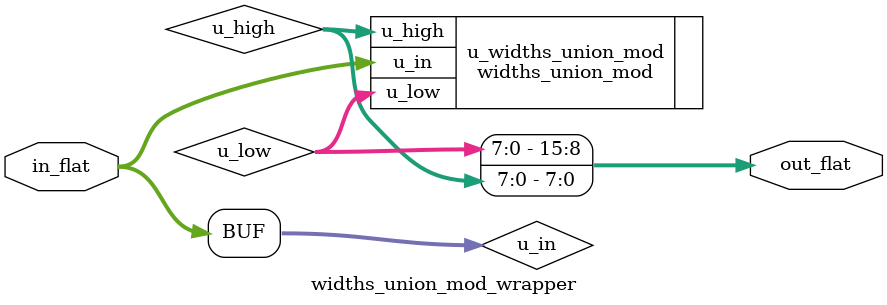
<source format=sv>
`include "widths_union_mod.sv"

module widths_union_mod_wrapper (
    input  wire [15:0] in_flat,
    output wire [15:0] out_flat
);

  // Slice `in_flat` into original inputs
  wire [15:0] u_in = in_flat[15:0];

  // Wires to capture original module outputs
  wire [7:0] u_low;
  wire [7:0] u_high;

  // Instantiate the original module
  widths_union_mod u_widths_union_mod (
    .u_in(u_in),
    .u_low(u_low),
    .u_high(u_high)
  );

  // Pack original outputs into `out_flat`
  assign out_flat[15:8] = u_low;
  assign out_flat[7:0] = u_high;

endmodule  // widths_union_mod_wrapper
</source>
